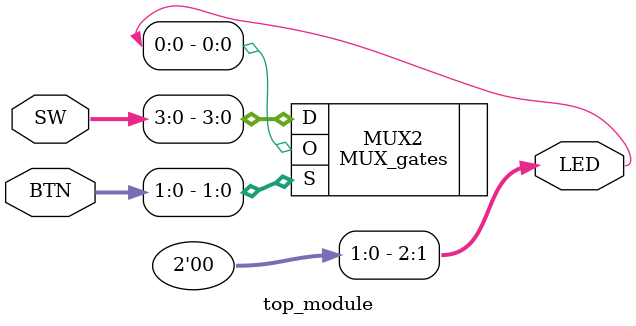
<source format=v>
`timescale 1ns / 1ps
module top_module(
input [7:0] SW,
input [3:0] BTN,
output [2:0] LED
    );
MUX_gates MUX2 (.D(SW[3:0]),.S(BTN[1:0]),.O(LED[0]));
assign LED[2:1] = 1'b0;
endmodule


</source>
